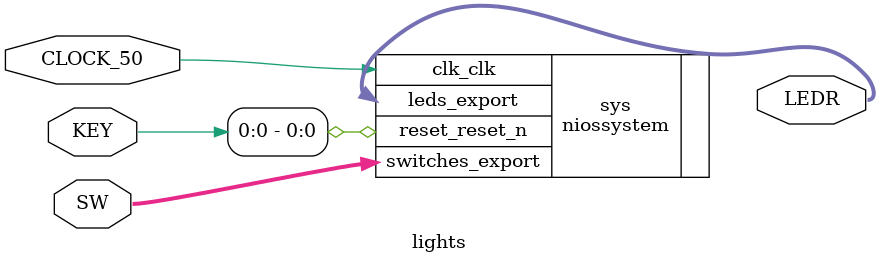
<source format=sv>
module lights(input logic CLOCK_50, input logic [3:0] KEY,
             input logic [9:0] SW, output logic [9:0] LEDR);

	niossystem sys(
		.clk_clk(CLOCK_50),
		.reset_reset_n(KEY[0]),
		.switches_export(SW),
		.leds_export(LEDR)
	);

endmodule: lights
</source>
